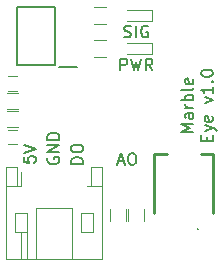
<source format=gbr>
G04 #@! TF.GenerationSoftware,KiCad,Pcbnew,(5.1.2)-1*
G04 #@! TF.CreationDate,2020-06-07T15:31:51+02:00*
G04 #@! TF.ProjectId,ir-detector,69722d64-6574-4656-9374-6f722e6b6963,rev?*
G04 #@! TF.SameCoordinates,Original*
G04 #@! TF.FileFunction,Legend,Top*
G04 #@! TF.FilePolarity,Positive*
%FSLAX46Y46*%
G04 Gerber Fmt 4.6, Leading zero omitted, Abs format (unit mm)*
G04 Created by KiCad (PCBNEW (5.1.2)-1) date 2020-06-07 15:31:51*
%MOMM*%
%LPD*%
G04 APERTURE LIST*
%ADD10C,0.150000*%
%ADD11C,0.120000*%
%ADD12C,0.086140*%
%ADD13C,0.254000*%
%ADD14C,0.200000*%
G04 APERTURE END LIST*
D10*
X82304380Y-56594095D02*
X81304380Y-56594095D01*
X82018666Y-56260761D01*
X81304380Y-55927428D01*
X82304380Y-55927428D01*
X82304380Y-55022666D02*
X81780571Y-55022666D01*
X81685333Y-55070285D01*
X81637714Y-55165523D01*
X81637714Y-55356000D01*
X81685333Y-55451238D01*
X82256761Y-55022666D02*
X82304380Y-55117904D01*
X82304380Y-55356000D01*
X82256761Y-55451238D01*
X82161523Y-55498857D01*
X82066285Y-55498857D01*
X81971047Y-55451238D01*
X81923428Y-55356000D01*
X81923428Y-55117904D01*
X81875809Y-55022666D01*
X82304380Y-54546476D02*
X81637714Y-54546476D01*
X81828190Y-54546476D02*
X81732952Y-54498857D01*
X81685333Y-54451238D01*
X81637714Y-54356000D01*
X81637714Y-54260761D01*
X82304380Y-53927428D02*
X81304380Y-53927428D01*
X81685333Y-53927428D02*
X81637714Y-53832190D01*
X81637714Y-53641714D01*
X81685333Y-53546476D01*
X81732952Y-53498857D01*
X81828190Y-53451238D01*
X82113904Y-53451238D01*
X82209142Y-53498857D01*
X82256761Y-53546476D01*
X82304380Y-53641714D01*
X82304380Y-53832190D01*
X82256761Y-53927428D01*
X82304380Y-52879809D02*
X82256761Y-52975047D01*
X82161523Y-53022666D01*
X81304380Y-53022666D01*
X82256761Y-52117904D02*
X82304380Y-52213142D01*
X82304380Y-52403619D01*
X82256761Y-52498857D01*
X82161523Y-52546476D01*
X81780571Y-52546476D01*
X81685333Y-52498857D01*
X81637714Y-52403619D01*
X81637714Y-52213142D01*
X81685333Y-52117904D01*
X81780571Y-52070285D01*
X81875809Y-52070285D01*
X81971047Y-52546476D01*
X83430571Y-57332190D02*
X83430571Y-56998857D01*
X83954380Y-56856000D02*
X83954380Y-57332190D01*
X82954380Y-57332190D01*
X82954380Y-56856000D01*
X83287714Y-56522666D02*
X83954380Y-56284571D01*
X83287714Y-56046476D02*
X83954380Y-56284571D01*
X84192476Y-56379809D01*
X84240095Y-56427428D01*
X84287714Y-56522666D01*
X83906761Y-55284571D02*
X83954380Y-55379809D01*
X83954380Y-55570285D01*
X83906761Y-55665523D01*
X83811523Y-55713142D01*
X83430571Y-55713142D01*
X83335333Y-55665523D01*
X83287714Y-55570285D01*
X83287714Y-55379809D01*
X83335333Y-55284571D01*
X83430571Y-55236952D01*
X83525809Y-55236952D01*
X83621047Y-55713142D01*
X83287714Y-54141714D02*
X83954380Y-53903619D01*
X83287714Y-53665523D01*
X83954380Y-52760761D02*
X83954380Y-53332190D01*
X83954380Y-53046476D02*
X82954380Y-53046476D01*
X83097238Y-53141714D01*
X83192476Y-53236952D01*
X83240095Y-53332190D01*
X83859142Y-52332190D02*
X83906761Y-52284571D01*
X83954380Y-52332190D01*
X83906761Y-52379809D01*
X83859142Y-52332190D01*
X83954380Y-52332190D01*
X82954380Y-51665523D02*
X82954380Y-51570285D01*
X83002000Y-51475047D01*
X83049619Y-51427428D01*
X83144857Y-51379809D01*
X83335333Y-51332190D01*
X83573428Y-51332190D01*
X83763904Y-51379809D01*
X83859142Y-51427428D01*
X83906761Y-51475047D01*
X83954380Y-51570285D01*
X83954380Y-51665523D01*
X83906761Y-51760761D01*
X83859142Y-51808380D01*
X83763904Y-51856000D01*
X83573428Y-51903619D01*
X83335333Y-51903619D01*
X83144857Y-51856000D01*
X83049619Y-51808380D01*
X83002000Y-51760761D01*
X82954380Y-51665523D01*
X67952380Y-58690476D02*
X67952380Y-59166666D01*
X68428571Y-59214285D01*
X68380952Y-59166666D01*
X68333333Y-59071428D01*
X68333333Y-58833333D01*
X68380952Y-58738095D01*
X68428571Y-58690476D01*
X68523809Y-58642857D01*
X68761904Y-58642857D01*
X68857142Y-58690476D01*
X68904761Y-58738095D01*
X68952380Y-58833333D01*
X68952380Y-59071428D01*
X68904761Y-59166666D01*
X68857142Y-59214285D01*
X67952380Y-58357142D02*
X68952380Y-58023809D01*
X67952380Y-57690476D01*
X70000000Y-58761904D02*
X69952380Y-58857142D01*
X69952380Y-59000000D01*
X70000000Y-59142857D01*
X70095238Y-59238095D01*
X70190476Y-59285714D01*
X70380952Y-59333333D01*
X70523809Y-59333333D01*
X70714285Y-59285714D01*
X70809523Y-59238095D01*
X70904761Y-59142857D01*
X70952380Y-59000000D01*
X70952380Y-58904761D01*
X70904761Y-58761904D01*
X70857142Y-58714285D01*
X70523809Y-58714285D01*
X70523809Y-58904761D01*
X70952380Y-58285714D02*
X69952380Y-58285714D01*
X70952380Y-57714285D01*
X69952380Y-57714285D01*
X70952380Y-57238095D02*
X69952380Y-57238095D01*
X69952380Y-57000000D01*
X70000000Y-56857142D01*
X70095238Y-56761904D01*
X70190476Y-56714285D01*
X70380952Y-56666666D01*
X70523809Y-56666666D01*
X70714285Y-56714285D01*
X70809523Y-56761904D01*
X70904761Y-56857142D01*
X70952380Y-57000000D01*
X70952380Y-57238095D01*
X72952380Y-59285714D02*
X71952380Y-59285714D01*
X71952380Y-59047619D01*
X72000000Y-58904761D01*
X72095238Y-58809523D01*
X72190476Y-58761904D01*
X72380952Y-58714285D01*
X72523809Y-58714285D01*
X72714285Y-58761904D01*
X72809523Y-58809523D01*
X72904761Y-58904761D01*
X72952380Y-59047619D01*
X72952380Y-59285714D01*
X71952380Y-58095238D02*
X71952380Y-57904761D01*
X72000000Y-57809523D01*
X72095238Y-57714285D01*
X72285714Y-57666666D01*
X72619047Y-57666666D01*
X72809523Y-57714285D01*
X72904761Y-57809523D01*
X72952380Y-57904761D01*
X72952380Y-58095238D01*
X72904761Y-58190476D01*
X72809523Y-58285714D01*
X72619047Y-58333333D01*
X72285714Y-58333333D01*
X72095238Y-58285714D01*
X72000000Y-58190476D01*
X71952380Y-58095238D01*
X75946095Y-59094666D02*
X76422285Y-59094666D01*
X75850857Y-59380380D02*
X76184190Y-58380380D01*
X76517523Y-59380380D01*
X77041333Y-58380380D02*
X77231809Y-58380380D01*
X77327047Y-58428000D01*
X77422285Y-58523238D01*
X77469904Y-58713714D01*
X77469904Y-59047047D01*
X77422285Y-59237523D01*
X77327047Y-59332761D01*
X77231809Y-59380380D01*
X77041333Y-59380380D01*
X76946095Y-59332761D01*
X76850857Y-59237523D01*
X76803238Y-59047047D01*
X76803238Y-58713714D01*
X76850857Y-58523238D01*
X76946095Y-58428000D01*
X77041333Y-58380380D01*
X76136666Y-51379380D02*
X76136666Y-50379380D01*
X76517619Y-50379380D01*
X76612857Y-50427000D01*
X76660476Y-50474619D01*
X76708095Y-50569857D01*
X76708095Y-50712714D01*
X76660476Y-50807952D01*
X76612857Y-50855571D01*
X76517619Y-50903190D01*
X76136666Y-50903190D01*
X77041428Y-50379380D02*
X77279523Y-51379380D01*
X77470000Y-50665095D01*
X77660476Y-51379380D01*
X77898571Y-50379380D01*
X78850952Y-51379380D02*
X78517619Y-50903190D01*
X78279523Y-51379380D02*
X78279523Y-50379380D01*
X78660476Y-50379380D01*
X78755714Y-50427000D01*
X78803333Y-50474619D01*
X78850952Y-50569857D01*
X78850952Y-50712714D01*
X78803333Y-50807952D01*
X78755714Y-50855571D01*
X78660476Y-50903190D01*
X78279523Y-50903190D01*
X76446190Y-48537761D02*
X76589047Y-48585380D01*
X76827142Y-48585380D01*
X76922380Y-48537761D01*
X76970000Y-48490142D01*
X77017619Y-48394904D01*
X77017619Y-48299666D01*
X76970000Y-48204428D01*
X76922380Y-48156809D01*
X76827142Y-48109190D01*
X76636666Y-48061571D01*
X76541428Y-48013952D01*
X76493809Y-47966333D01*
X76446190Y-47871095D01*
X76446190Y-47775857D01*
X76493809Y-47680619D01*
X76541428Y-47633000D01*
X76636666Y-47585380D01*
X76874761Y-47585380D01*
X77017619Y-47633000D01*
X77446190Y-48585380D02*
X77446190Y-47585380D01*
X78446190Y-47633000D02*
X78350952Y-47585380D01*
X78208095Y-47585380D01*
X78065238Y-47633000D01*
X77970000Y-47728238D01*
X77922380Y-47823476D01*
X77874761Y-48013952D01*
X77874761Y-48156809D01*
X77922380Y-48347285D01*
X77970000Y-48442523D01*
X78065238Y-48537761D01*
X78208095Y-48585380D01*
X78303333Y-48585380D01*
X78446190Y-48537761D01*
X78493809Y-48490142D01*
X78493809Y-48156809D01*
X78303333Y-48156809D01*
D11*
X76756000Y-64128000D02*
X76756000Y-63128000D01*
X78116000Y-63128000D02*
X78116000Y-64128000D01*
X75256000Y-64128000D02*
X75256000Y-63128000D01*
X76616000Y-63128000D02*
X76616000Y-64128000D01*
X69000000Y-67350000D02*
X69000000Y-63000000D01*
X69000000Y-63000000D02*
X72000000Y-63000000D01*
X72000000Y-63000000D02*
X72000000Y-67350000D01*
X67700000Y-61150000D02*
X67350000Y-61150000D01*
X67350000Y-61150000D02*
X67350000Y-59550000D01*
X67350000Y-59550000D02*
X66450000Y-59550000D01*
X66450000Y-59550000D02*
X66450000Y-67350000D01*
X66450000Y-67350000D02*
X74550000Y-67350000D01*
X74550000Y-67350000D02*
X74550000Y-59550000D01*
X74550000Y-59550000D02*
X73650000Y-59550000D01*
X73650000Y-59550000D02*
X73650000Y-61150000D01*
X73650000Y-61150000D02*
X73300000Y-61150000D01*
X66450000Y-61150000D02*
X67350000Y-61150000D01*
X74550000Y-61150000D02*
X73650000Y-61150000D01*
X67200000Y-63500000D02*
X67200000Y-65100000D01*
X67200000Y-65100000D02*
X68200000Y-65100000D01*
X68200000Y-65100000D02*
X68200000Y-63500000D01*
X68200000Y-63500000D02*
X67200000Y-63500000D01*
X73800000Y-63500000D02*
X73800000Y-65100000D01*
X73800000Y-65100000D02*
X72800000Y-65100000D01*
X72800000Y-65100000D02*
X72800000Y-63500000D01*
X72800000Y-63500000D02*
X73800000Y-63500000D01*
X68200000Y-65100000D02*
X68200000Y-67350000D01*
X67700000Y-65100000D02*
X67700000Y-67350000D01*
X67700000Y-61150000D02*
X67700000Y-59950000D01*
D12*
X82617000Y-64794000D02*
G75*
G03X82703000Y-64794000I43000J0D01*
G01*
X82703000Y-64794000D02*
G75*
G03X82617000Y-64794000I-43000J0D01*
G01*
X82703000Y-64794000D02*
X82703000Y-64794000D01*
X82617000Y-64794000D02*
X82617000Y-64794000D01*
D13*
X79000000Y-58500000D02*
X80082000Y-58500000D01*
X84000000Y-58500000D02*
X82918000Y-58500000D01*
X84000000Y-58500000D02*
X84000000Y-63500000D01*
X79000000Y-63500000D02*
X79000000Y-58500000D01*
D11*
X74922000Y-50210000D02*
X73922000Y-50210000D01*
X73922000Y-48850000D02*
X74922000Y-48850000D01*
X74922000Y-47416000D02*
X73922000Y-47416000D01*
X73922000Y-46056000D02*
X74922000Y-46056000D01*
X67500000Y-54680000D02*
X66500000Y-54680000D01*
X66500000Y-53320000D02*
X67500000Y-53320000D01*
X67500000Y-56180000D02*
X66500000Y-56180000D01*
X66500000Y-54820000D02*
X67500000Y-54820000D01*
D14*
X72475000Y-51080000D02*
X70950000Y-51080000D01*
X70600000Y-46050000D02*
X70600000Y-50950000D01*
X67400000Y-46050000D02*
X70600000Y-46050000D01*
X67400000Y-50950000D02*
X67400000Y-46050000D01*
X70600000Y-50950000D02*
X67400000Y-50950000D01*
D11*
X78770000Y-50030000D02*
X78770000Y-49030000D01*
X78770000Y-49030000D02*
X76670000Y-49030000D01*
X78770000Y-50030000D02*
X76670000Y-50030000D01*
X78770000Y-47236000D02*
X78770000Y-46236000D01*
X78770000Y-46236000D02*
X76670000Y-46236000D01*
X78770000Y-47236000D02*
X76670000Y-47236000D01*
X66650000Y-51900000D02*
X67350000Y-51900000D01*
X67350000Y-53100000D02*
X66650000Y-53100000D01*
X66650000Y-56400000D02*
X67350000Y-56400000D01*
X67350000Y-57600000D02*
X66650000Y-57600000D01*
M02*

</source>
